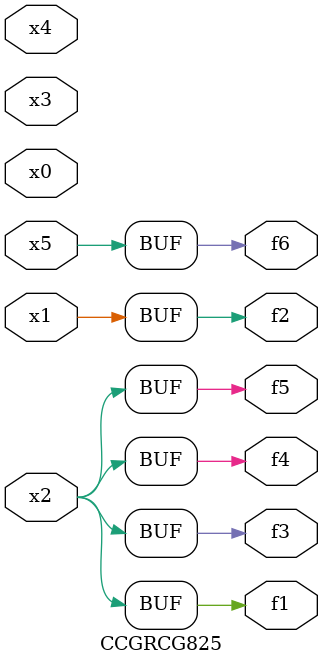
<source format=v>
module CCGRCG825(
	input x0, x1, x2, x3, x4, x5,
	output f1, f2, f3, f4, f5, f6
);
	assign f1 = x2;
	assign f2 = x1;
	assign f3 = x2;
	assign f4 = x2;
	assign f5 = x2;
	assign f6 = x5;
endmodule

</source>
